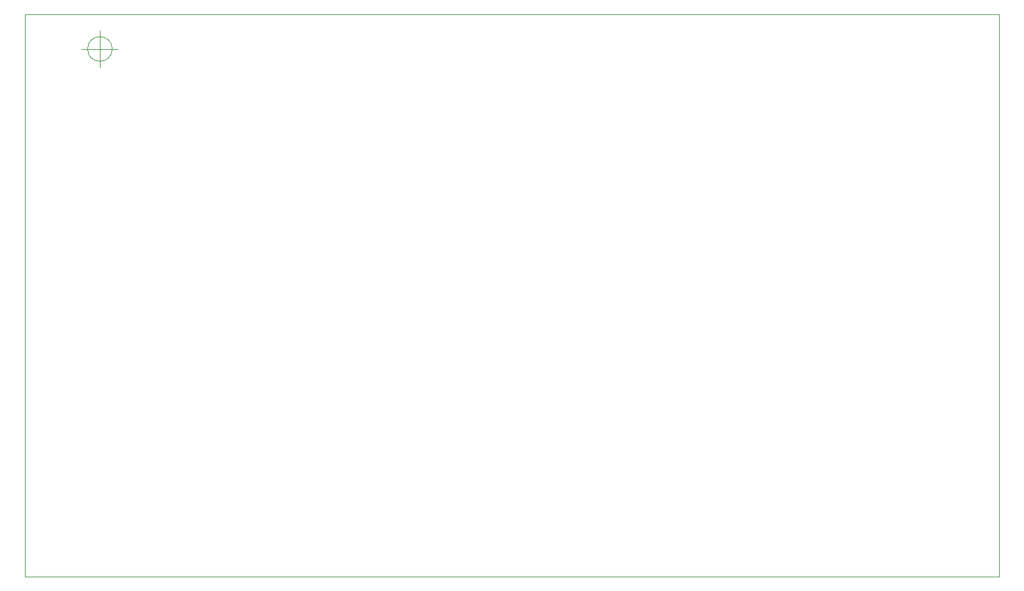
<source format=gbr>
G04 #@! TF.GenerationSoftware,KiCad,Pcbnew,(5.1.2)-1*
G04 #@! TF.CreationDate,2021-02-22T12:01:06+05:45*
G04 #@! TF.ProjectId,Pufferfish-Power-MCU,50756666-6572-4666-9973-682d506f7765,0.0*
G04 #@! TF.SameCoordinates,Original*
G04 #@! TF.FileFunction,Other,User*
%FSLAX46Y46*%
G04 Gerber Fmt 4.6, Leading zero omitted, Abs format (unit mm)*
G04 Created by KiCad (PCBNEW (5.1.2)-1) date 2021-02-22 12:01:06*
%MOMM*%
%LPD*%
G04 APERTURE LIST*
%ADD10C,0.100000*%
G04 APERTURE END LIST*
D10*
X203212700Y-114388900D02*
X203212700Y-119388900D01*
X71094600Y-114401600D02*
X71094600Y-119401600D01*
X82946666Y-47752000D02*
G75*
G03X82946666Y-47752000I-1666666J0D01*
G01*
X78780000Y-47752000D02*
X83780000Y-47752000D01*
X81280000Y-45252000D02*
X81280000Y-50252000D01*
X71094600Y-114401600D02*
X71094600Y-43065700D01*
X203212700Y-119388900D02*
X71094600Y-119401600D01*
X203225400Y-43065700D02*
X203212700Y-114388900D01*
X71094600Y-43065700D02*
X203225400Y-43065700D01*
M02*

</source>
